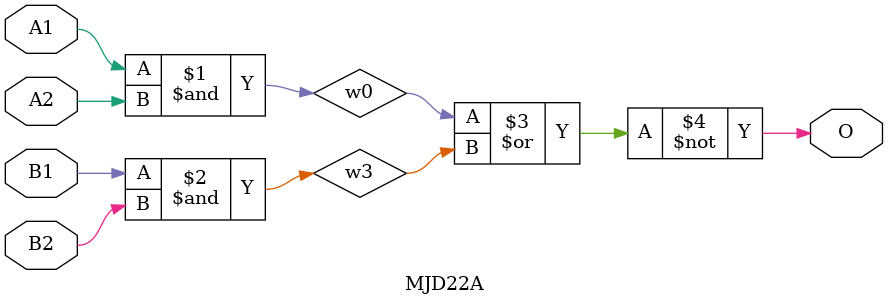
<source format=v>
module MJD22A(A1, A2, B1, B2, O);
input   A1;
input   A2;
input   B1;
input   B2;
output  O;
and g0(w0, A1, A2);
and g1(w3, B1, B2);
nor g2(O, w0, w3);
endmodule
</source>
